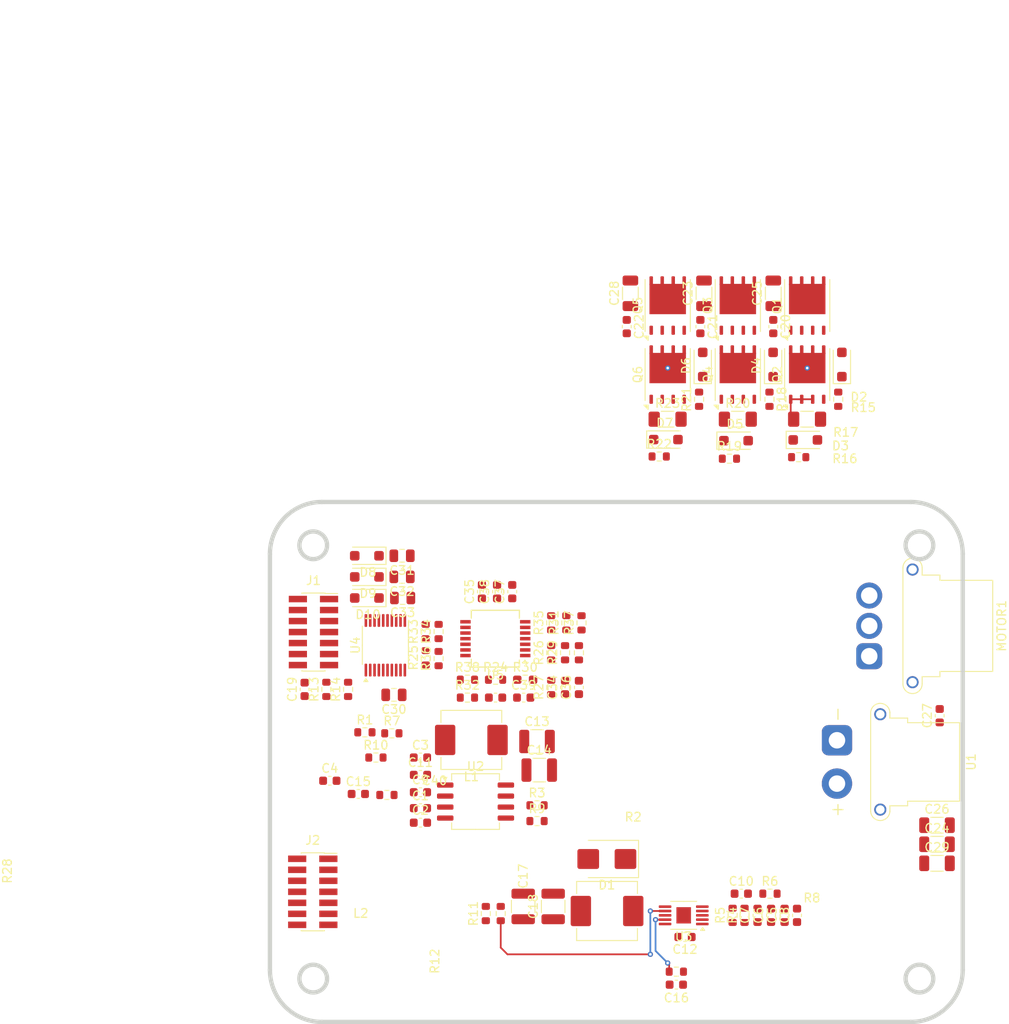
<source format=kicad_pcb>
(kicad_pcb (version 20241229) (generator "pcbnew") (generator_version "9.0")
  (layers (0 "F.Cu" signal) (2 "B.Cu" signal) (13 "F.Paste" user) (15 "B.Paste" user) (5 "F.SilkS" user "F.Silkscreen") (7 "B.SilkS" user "B.Silkscreen") (1 "F.Mask" user) (3 "B.Mask" user) (25 "Edge.Cuts" user))
  (net 0 "")
  (net 1 "/Pre_Driver/V1")
  (net 2 "/Pre_Driver/U1")
  (net 3 "/Pre_Driver/W1")
  (net 4 "Net-(D4-A)")
  (net 5 "VDC")
  (net 6 "/ThreePhase/V1_CURR")
  (net 7 "Net-(D5-A)")
  (net 8 "Net-(D6-A)")
  (net 9 "/ThreePhase/U1_CURR")
  (net 10 "Net-(U2-SW)")
  (net 11 "/ThreePhase/W1_CURR")
  (net 12 "Net-(U3-SS{slash}TR)")
  (net 13 "Net-(C11-Pad1)")
  (net 14 "GND")
  (net 15 "Net-(U3-BOOT)")
  (net 16 "Vref")
  (net 17 "Net-(C16-Pad1)")
  (net 18 "Net-(D8-K)")
  (net 19 "Net-(U2-COMP)")
  (net 20 "+12V")
  (net 21 "Net-(D9-K)")
  (net 22 "Net-(D10-K)")
  (net 23 "+5V")
  (net 24 "Net-(U5A-+)")
  (net 25 "Net-(U5B-+)")
  (net 26 "GNDPWR")
  (net 27 "Net-(U5C-11)")
  (net 28 "Net-(U5C-+)")
  (net 29 "Net-(D2-A)")
  (net 30 "/MOTOR1_ADC_W")
  (net 31 "Net-(D3-A)")
  (net 32 "Net-(D7-A)")
  (net 33 "Net-(C34-Pad2)")
  (net 34 "/MOTOR1_ADC_U")
  (net 35 "+3V3")
  (net 36 "Net-(U2-FB)")
  (net 37 "/MOTOR1_ADC_V")
  (net 38 "/Pre_Driver/W1_OUT_L")
  (net 39 "/Pre_Driver/W1_OUT_H")
  (net 40 "/Pre_Driver/V1_OUT_L")
  (net 41 "/Pre_Driver/V1_OUT_H")
  (net 42 "/Pre_Driver/U1_OUT_L")
  (net 43 "/Pre_Driver/U1_OUT_H")
  (net 44 "/BusVoltage")
  (net 45 "Net-(U2-EN)")
  (net 46 "Net-(U2-RT{slash}CLK)")
  (net 47 "/MOTOR1_U-")
  (net 48 "/MOTOR1_V-")
  (net 49 "/MOTOR1_W+")
  (net 50 "/MOTOR1_U+")
  (net 51 "/MOTOR1_V+")
  (net 52 "Net-(U3-EN)")
  (net 53 "Net-(U3-RT{slash}CLK)")
  (net 54 "Net-(U3-COMP)")
  (net 55 "Net-(U2-BOOT)")
  (net 56 "Net-(D1-K)")
  (net 57 "Net-(U3-FB)")
  (net 58 "Net-(U5D--)")
  (net 59 "Net-(U5D-+)")
  (net 62 "/busCurrent")
  (net 64 "/MOTOR1_BREAK")
  (net 65 "/MOTOR2_W+")
  (net 66 "/MOTOR2_ADC_V")
  (net 67 "/MOTOR2_V-")
  (net 68 "/MOTOR2_W-")
  (net 70 "/MOTOR2_U-")
  (net 71 "/MOTOR2_ADC_W")
  (net 72 "/MOTOR2_BREAK")
  (net 73 "/MOTOR2_V+")
  (net 74 "/MOTOR2_ADC_U")
  (net 75 "/MOTOR2_U+")
  (net 76 "Net-(C37-Pad2)")
  (footprint "Package_SO:SOIC-8_5.3x6.2mm_P1.27mm" (layer "F.Cu") (at 140.716 80.772)
    (property "Reference" "U2")
    (property "Value" "SCT2420")
  )
  (footprint "Capacitor_SMD:C_1210_3225Metric" (layer "F.Cu") (at 149.6795 92.875 90)
    (property "Reference" "C18")
    (property "Value" "47uF")
  )
  (footprint "Capacitor_SMD:C_0603_1608Metric" (layer "F.Cu") (at 177.8375 93.9 90)
    (property "Reference" "C8")
    (property "Value" "2.2uF")
  )
  (footprint "Diode_SMD:D_SMB" (layer "F.Cu") (at 155.8775 87.4 180)
    (property "Reference" "D1")
    (property "Value" "B360B-13-F")
  )
  (footprint "Capacitor_SMD:C_1206_3216Metric" (layer "F.Cu") (at 167.095 22.125 90)
    (property "Reference" "C23")
    (property "Value" "4.7uF")
  )
  (footprint "Capacitor_SMD:C_0603_1608Metric" (layer "F.Cu") (at 171.4 91.4)
    (property "Reference" "C10")
    (property "Value" "22nF")
  )
  (footprint "footprints:HYG025N06LS1C2-PDFN-8-1EP_6x5mm_P1.27mm_EP3x3mm" (layer "F.Cu") (at 171 31.5 90)
    (property "Reference" "Q4")
    (property "Value" "HYG025N06LS1C2")
  )
  (footprint "Capacitor_SMD:C_1210_3225Metric" (layer "F.Cu") (at 146.216333 92.875 90)
    (property "Reference" "C17")
    (property "Value" "47uF")
  )
  (footprint "Capacitor_SMD:C_0603_1608Metric" (layer "F.Cu") (at 120.98 67.825 90)
    (property "Reference" "C19")
    (property "Value" "0.1uF")
  )
  (footprint "Resistor_SMD:R_0603_1608Metric" (layer "F.Cu") (at 174.6555 34.35 -90)
    (property "Reference" "R18")
    (property "Value" "100R")
  )
  (footprint "Capacitor_SMD:C_0603_1608Metric" (layer "F.Cu") (at 164.9 96.4 180)
    (property "Reference" "C12")
    (property "Value" "0.1uF")
  )
  (footprint "Package_SO:SSOP-14_5.3x6.2mm_P0.65mm" (layer "F.Cu") (at 143.002 61.976 180)
    (property "Reference" "U5")
    (property "Value" "~")
  )
  (footprint "Diode_SMD:D_SOD-123F" (layer "F.Cu") (at 178.795 39.041)
    (property "Reference" "D3")
    (property "Value" "SODF107-SH")
  )
  (footprint "Resistor_SMD:R_0603_1608Metric" (layer "F.Cu") (at 147.815 83.023042)
    (property "Reference" "R9")
    (property "Value" "53.6K")
  )
  (footprint "Capacitor_SMD:C_0603_1608Metric" (layer "F.Cu") (at 134.353 83.208375)
    (property "Reference" "C2")
    (property "Value" "4.7uF")
  )
  (footprint "Resistor_SMD:R_0603_1608Metric" (layer "F.Cu") (at 136.452 61.151 90)
    (property "Reference" "R34")
    (property "Value" "0R")
  )
  (footprint "Capacitor_SMD:C_0805_2012Metric" (layer "F.Cu") (at 131.292 68.46 180)
    (property "Reference" "C30")
    (property "Value" "0.47uF")
  )
  (footprint "footprints:MR30PW-FB_1x03_P3.50mm_Horizontal" (layer "F.Cu") (at 186.175 64 -90)
    (property "Reference" "MOTOR1")
    (property "Value" "Conn_01x03")
  )
  (footprint "Capacitor_SMD:C_0603_1608Metric" (layer "F.Cu") (at 194.31 70.866 90)
    (property "Reference" "C27")
    (property "Value" "0.1uF/100V")
  )
  (footprint "Capacitor_SMD:C_0603_1608Metric" (layer "F.Cu") (at 163.9 101.9)
    (property "Reference" "C16")
    (property "Value" "1nF")
  )
  (footprint "Resistor_SMD:R_0603_1608Metric" (layer "F.Cu") (at 139.777 66.711)
    (property "Reference" "R38")
    (property "Value" "0R")
  )
  (footprint "Diode_SMD:D_SOD-123F" (layer "F.Cu") (at 162.6875 39.002)
    (property "Reference" "D7")
    (property "Value" "SODF107-SH")
  )
  (footprint "Diode_SMD:D_SOD-123F" (layer "F.Cu") (at 175.0755 30.34 90)
    (property "Reference" "D4")
    (property "Value" "SODF107-SH")
  )
  (footprint "Capacitor_SMD:C_1206_3216Metric" (layer "F.Cu") (at 158.595 22.125 90)
    (property "Reference" "C28")
    (property "Value" "4.7uF")
  )
  (footprint "Resistor_SMD:R_0603_1608Metric" (layer "F.Cu") (at 170.03 41.208)
    (property "Reference" "R19")
    (property "Value" "100R")
  )
  (footprint "Resistor_SMD:R_0603_1608Metric" (layer "F.Cu") (at 151.052 63.601 90)
    (property "Reference" "R29")
    (property "Value" "0R")
  )
  (footprint "Resistor_SMD:R_0603_1608Metric" (layer "F.Cu") (at 130.48 80.01)
    (property "Reference" "R2")
    (property "Value" "43K")
  )
  (footprint "Resistor_SMD:R_0603_1608Metric" (layer "F.Cu") (at 131.051 72.898)
    (property "Reference" "R7")
    (property "Value" "20K")
  )
  (footprint "Capacitor_SMD:C_0603_1608Metric" (layer "F.Cu") (at 152.652 67.601 90)
    (property "Reference" "C36")
    (property "Value" "NC")
  )
  (footprint "Resistor_SMD:R_1206_3216Metric_Pad1.30x1.75mm_HandSolder" (layer "F.Cu") (at 179 36.65)
    (property "Reference" "R17")
    (property "Value" "5mR")
  )
  (footprint "Resistor_SMD:R_0603_1608Metric" (layer "F.Cu") (at 139.777 68.776)
    (property "Reference" "R32")
    (property "Value" "1K(1%)")
  )
  (footprint "Resistor_SMD:R_0603_1608Metric" (layer "F.Cu") (at 178.03 41.032)
    (property "Reference" "R16")
    (property "Value" "100R")
  )
  (footprint "footprints:HYG025N06LS1C2-PDFN-8-1EP_6x5mm_P1.27mm_EP3x3mm" (layer "F.Cu") (at 179.0125 23.535 90)
    (property "Reference" "Q1")
    (property "Value" "HYG025N06LS1C2")
  )
  (footprint "Capacitor_SMD:C_0603_1608Metric" (layer "F.Cu") (at 151.052 67.601 90)
    (property "Reference" "C34")
    (property "Value" "NC")
  )
  (footprint "Capacitor_SMD:C_0603_1608Metric" (layer "F.Cu") (at 143.027 68.776)
    (property "Reference" "C40")
    (property "Value" "NC")
  )
  (footprint "Capacitor_SMD:C_0603_1608Metric" (layer "F.Cu") (at 134.353 75.692)
    (property "Reference" "C3")
    (property "Value" "4.7uF")
  )
  (footprint "Resistor_SMD:R_0603_1608Metric" (layer "F.Cu") (at 147.815 81.206375)
    (property "Reference" "R3")
    (property "Value" "200K")
  )
  (footprint "Capacitor_SMD:C_0603_1608Metric" (layer "F.Cu") (at 141.452 56.551 90)
    (property "Reference" "C35")
    (property "Value" "1nF")
  )
  (footprint "Resistor_SMD:R_0603_1608Metric_Pad0.98x0.95mm_HandSolder" (layer "F.Cu") (at 146.447 66.711)
    (property "Reference" "R30")
    (property "Value" "0.01R")
  )
  (footprint "Resistor_SMD:R_0603_1608Metric" (layer "F.Cu") (at 123.49 67.825 90)
    (property "Reference" "R13")
    (property "Value" "10K")
  )
  (footprint "Capacitor_SMD:C_0603_1608Metric" (layer "F.Cu") (at 146.277 68.776)
    (property "Reference" "C39")
    (property "Value" "NC")
  )
  (footprint "Resistor_SMD:R_0603_1608Metric" (layer "F.Cu") (at 161.9225 40.954)
    (property "Reference" "R22")
    (property "Value" "100R")
  )
  (footprint "Resistor_SMD:R_0603_1608Metric" (layer "F.Cu") (at 126 67.825 90)
    (property "Reference" "R14")
    (property "Value" "10K")
  )
  (footprint "Capacitor_SMD:C_0603_1608Metric" (layer "F.Cu") (at 158.175 25.968 -90)
    (property "Reference" "C22")
    (property "Value" "0.1uF/100V")
  )
  (footprint "Resistor_SMD:R_0603_1608Metric" (layer "F.Cu") (at 134.962 64.181 90)
    (property "Reference" "R25")
    (property "Value" "4.7K")
  )
  (footprint "Diode_SMD:D_SOD-123F" (layer "F.Cu") (at 166.9475 30.34 90)
    (property "Reference" "D6")
    (property "Value" "SODF107-SH")
  )
  (footprint "Capacitor_SMD:C_0603_1608Metric" (layer "F.Cu") (at 143.202 56.551 90)
    (property "Reference" "C38")
    (property "Value" "NC")
  )
  (footprint "Resistor_SMD:R_0603_1608Metric" (layer "F.Cu") (at 143.027 66.711)
    (property "Reference" "R24")
    (property "Value" "4.7K")
  )
  (footprint "Resistor_SMD:R_0603_1608Metric" (layer "F.Cu") (at 171.775 93.9 90)
    (property "Reference" "R4")
    (property "Value" "180K")
  )
  (footprint "Resistor_SMD:R_0603_1608Metric" (layer "F.Cu") (at 127.94 72.782)
    (property "Reference" "R1")
    (property "Value" "180K")
  )
  (footprint "Diode_SMD:D_SOD-123F" (layer "F.Cu") (at 183.015 30.34 90)
    (property "Reference" "D2")
    (property "Value" "SODF107-SH")
  )
  (footprint "Capacitor_SMD:C_1206_3216Metric" (layer "F.Cu") (at 175.095 22.125 90)
    (property "Reference" "C25")
    (property "Value" "4.7uF")
  )
  (footprint "Capacitor_SMD:C_1206_3216Metric" (layer "F.Cu") (at 194 87.9)
    (property "Reference" "C29")
    (property "Value" "4.7uF")
  )
  (footprint "Resistor_SMD:R_0603_1608Metric" (layer "F.Cu") (at 163.9 100.4 180)
    (property "Reference" "R8")
    (property "Value" "53.6K")
  )
  (footprint "footprints:XT30PW-F_1x02_P2.50mm_Horizontal" (layer "F.Cu") (at 182.45 73.7 -90)
    (property "Reference" "U1")
    (property "Value" "~")
  )
  (footprint "Resistor_SMD:R_0603_1608Metric" (layer "F.Cu") (at 170.4 93.9 90)
    (property "Reference" "R5")
    (property "Value" "43K")
  )
  (footprint "footprints:HYG025N06LS1C2-PDFN-8-1EP_6x5mm_P1.27mm_EP3x3mm" (layer "F.Cu") (at 162.905 31.5 90)
    (property "Reference" "Q6")
    (property "Value" "HYG025N06LS1C2")
  )
  (footprint "Package_SO:MSOP-10-1EP_3x3mm_P0.5mm_EP1.68x1.88mm" (layer "F.Cu") (at 164.75 93.9 180)
    (property "Reference" "U3")
    (property "Value" "SCT2610")
  )
  (footprint "Inductor_SMD:L_APV_APH0650" (layer "F.Cu") (at 155.9 93.4 180)
    (property "Reference" "L2")
    (property "Value" "33uH")
  )
  (footprint "Capacitor_SMD:C_1210_3225Metric" (layer "F.Cu") (at 147.815 73.840375)
    (property "Reference" "C13")
    (property "Value" "47uF")
  )
  (footprint "Resistor_SMD:R_0603_1608Metric" (layer "F.Cu") (at 174.7125 91.4)
    (property "Reference" "R6")
    (property "Value" "200K")
  )
  (footprint "Capacitor_SMD:C_0603_1608Metric" (layer "F.Cu") (at 176.4 93.9 90)
    (property "Reference" "C5")
    (property "Value" "2.2uF")
  )
  (footprint "Capacitor_SMD:C_0603_1608Metric" (layer "F.Cu") (at 134.353 77.694)
    (property "Reference" "C11")
    (property "Value" "4.7nF")
  )
  (footprint "Capacitor_SMD:C_0603_1608Metric" (layer "F.Cu") (at 134.353 79.696)
    (property "Reference" "C9")
    (property "Value" "0.1uF")
  )
  (footprint "Resistor_SMD:R_0603_1608Metric" (layer "F.Cu") (at 149.452 63.601 90)
    (property "Reference" "R26")
    (property "Value" "6.8K")
  )
  (footprint "Capacitor_SMD:C_0805_2012Metric" (layer "F.Cu") (at 132.296 57.284 180)
    (property "Reference" "C33")
    (property "Value" "0.47uF")
  )
  (footprint "Capacitor_SMD:C_0805_2012Metric" (layer "F.Cu") (at 132.23 52.41 180)
    (property "Reference" "C31")
    (property "Value" "0.47uF")
  )
  (footprint "Diode_SMD:D_SOD-123F" (layer "F.Cu") (at 128.166 52.41 180)
    (property "Reference" "D8")
    (property "Value" "SODF107-SH")
  )
  (footprint "Capacitor_SMD:C_1206_3216Metric" (layer "F.Cu") (at 194 85.7)
    (property "Reference" "C24")
    (property "Value" "4.7uF")
  )
  (footprint "Resistor_SMD:R_0603_1608Metric" (layer "F.Cu") (at 152.952 60.151 90)
    (property "Reference" "R37")
    (property "Value" "4.7K(1%)")
  )
  (footprint "Resistor_SMD:R_0603_1608Metric" (layer "F.Cu") (at 136.452 64.276 90)
    (property "Reference" "R36")
    (property "Value" "1K(1%)")
  )
  (footprint "Capacitor_SMD:C_0603_1608Metric" (layer "F.Cu") (at 127.178 79.894)
    (property "Reference" "C15")
    (property "Value" "0.1uF")
  )
  (footprint "Diode_SMD:D_SOD-123F" (layer "F.Cu") (at 128.166 54.847 180)
    (property "Reference" "D9")
    (property "Value" "SODF107-SH")
  )
  (footprint "Resistor_SMD:R_1206_3216Metric_Pad1.30x1.75mm_HandSolder" (layer "F.Cu") (at 162.8925 36.65)
    (property "Reference" "R23")
    (property "Value" "5mR")
  )
  (footprint "Capacitor_SMD:C_0603_1608Metric" (layer "F.Cu") (at 166.675 25.968 -90)
    (property "Reference" "C21")
    (property "Value" "0.1uF/100V")
  )
  (footprint "Resistor_SMD:R_0603_1608Metric" (layer "F.Cu") (at 141.9 93.695 90)
    (property "Reference" "R11")
    (property "Value" "143K")
  )
  (footprint "footprints:HYG025N06LS1C2-PDFN-8-1EP_6x5mm_P1.27mm_EP3x3mm" (layer "F.Cu") (at 171 23.535 90)
    (property "Reference" "Q3")
    (property "Value" "HYG025N06LS1C2")
  )
  (footprint "Resistor_SMD:R_0603_1608Metric" (layer "F.Cu") (at 149.452 67.601 90)
    (property "Reference" "R27")
    (property "Value" "1K(1%)")
  )
  (footprint "footprints:HYG025N06LS1C2-PDFN-8-1EP_6x5mm_P1.27mm_EP3x3mm" (layer "F.Cu") (at 179.0125 31.5 90)
    (property "Reference" "Q2")
    (property "Value" "HYG025N06LS1C2")
  )
  (footprint "Connector_PinSocket_1.27mm:PinSocket_2x07_P1.27mm_Vertical_SMD" (layer "F.Cu") (at 122 61.214)
    (property "Reference" "J1")
    (property "Value" "Conn_02x07_Odd_Even")
  )
  (footprint "footprints:HYG025N06LS1C2-PDFN-8-1EP_6x5mm_P1.27mm_EP3x3mm" (layer "F.Cu") (at 162.905 23.535 90)
    (property "Reference" "Q5")
    (property "Value" "HYG025N06LS1C2")
  )
  (footprint "Resistor_SMD:R_0603_1608Metric" (layer "F.Cu") (at 182.595 34.35 90)
    (property "Reference" "R15")
    (property "Value" "100R")
  )
  (footprint "Resistor_SMD:R_0603_1608Metric" (layer "F.Cu") (at 151.202 60.151 90)
    (property "Reference" "R31")
    (property "Value" "6.8K")
  )
  (footprint "Resistor_SMD:R_0603_1608Metric" (layer "F.Cu") (at 134.952 61.151 90)
    (property "Reference" "R33")
    (property "Value" "4.7K(1%)")
  )
  (footprint "Diode_SMD:D_SOD-123F" (layer "F.Cu") (at 128.166 57.284 180)
    (property "Reference" "D10")
    (property "Value" "SODF107-SH")
  )
  (footprint "Capacitor_SMD:C_0603_1608Metric" (layer "F.Cu") (at 173.275 93.9 90)
    (property "Reference" "C7")
    (property "Value" "2.2uF")
  )
  (footprint "Resistor_SMD:R_0603_1608Metric" (layer "F.Cu") (at 143.623167 93.695 90)
    (property "Reference" "R12")
    (property "Value" "10.2K")
  )
  (footprint "Diode_SMD:D_SOD-123F" (layer "F.Cu") (at 170.795 39.129)
    (property "Reference" "D5")
    (property "Value" "SODF107-SH")
  )
  (footprint "Capacitor_SMD:C_0603_1608Metric" (layer "F.Cu") (at 123.889 78.37)
    (property "Reference" "C4")
    (property "Value" "0.1uF")
  )
  (footprint "Resistor_SMD:R_0603_1608Metric" (layer "F.Cu") (at 129.21 75.692)
    (property "Reference" "R10")
    (property "Value" "10.2K")
  )
  (footprint "Inductor_SMD:L_APV_APH0650" (layer "F.Cu") (at 140.231 73.66 180)
    (property "Reference" "L1")
    (property "Value" "10uH")
  )
  (footprint "Capacitor_SMD:C_1206_3216Metric" (layer "F.Cu") (at 194 83.5)
    (property "Reference" "C26")
    (property "Value" "4.7uF")
  )
  (footprint "Resistor_SMD:R_0603_1608Metric" (layer "F.Cu") (at 149.452 60.151 90)
    (property "Reference" "R35")
    (property "Value" "6.8K")
  )
  (footprint "Connector_PinSocket_1.27mm:PinSocket_2x07_P1.27mm_Vertical_SMD" (layer "F.Cu") (at 121.92 91.186)
    (property "Reference" "J2")
    (property "Value" "Conn_02x07_Odd_Even")
  )
  (footprint "Capacitor_SMD:C_0805_2012Metric" (layer "F.Cu") (at 132.23 54.847 180)
    (property "Reference" "C32")
    (property "Value" "0.47uF")
  )
  (footprint "Resistor_SMD:R_0603_1608Metric" (layer "F.Cu") (at 152.652 63.601 90)
    (property "Reference" "R28")
    (property "Value" "4.7K(1%)")
  )
  (footprint "Capacitor_SMD:C_0603_1608Metric" (layer "F.Cu") (at 144.952 56.551 90)
    (property "Reference" "C37")
    (property "Value" "NC")
  )
  (footprint "Capacitor_SMD:C_0603_1608Metric" (layer "F.Cu") (at 175.095 25.968 -90)
    (property "Reference" "C20")
    (property "Value" "0.1uF/100V")
  )
  (footprint "Resistor_SMD:R_1206_3216Metric_Pad1.30x1.75mm_HandSolder" (layer "F.Cu") (at 171 36.65)
    (property "Reference" "R20")
    (property "Value" "5mR")
  )
  (footprint "Capacitor_SMD:C_0603_1608Metric" (layer "F.Cu") (at 174.8375 93.9 90)
    (property "Reference" "C6")
    (property "Value" "2.2uF")
  )
  (footprint "Package_SO:TSSOP-20_4.4x5mm_P0.5mm" (layer "F.Cu") (at 130.302 62.738 90)
    (property "Reference" "U4")
    (property "Value" "~")
  )
  (footprint "Capacitor_SMD:C_0603_1608Metric" (layer "F.Cu") (at 134.353 81.534)
    (property "Reference" "C1")
    (property "Value" "4.7uF")
  )
  (footprint "Capacitor_SMD:C_1210_3225Metric" (layer "F.Cu") (at 148.069 77.142375)
    (property "Reference" "C14")
    (property "Value" "47uF")
  )
  (footprint "Resistor_SMD:R_0603_1608Metric" (layer "F.Cu") (at 166.5275 34.35 90)
    (property "Reference" "R21")
    (property "Value" "100R")
  )
  (gr_arc (start 122.972 106.2) (mid 118.729359 104.442641) (end 116.972 100.2) (stroke (width 0.5)) (layer "Edge.Cuts"))
  (gr_circle (center 121.972 101.2) (end 123.572 101.2) (stroke (width 0.5)) (fill no) (layer "Edge.Cuts"))
  (gr_arc (start 190.972 46.2) (mid 195.214641 47.957359) (end 196.972 52.2) (stroke (width 0.5)) (layer "Edge.Cuts"))
  (gr_arc (start 116.972 52.2) (mid 118.729359 47.957359) (end 122.972 46.2) (stroke (width 0.5)) (layer "Edge.Cuts"))
  (gr_circle (center 121.972 51.2) (end 123.572 51.2) (stroke (width 0.5)) (fill no) (layer "Edge.Cuts"))
  (gr_line (start 190.972 46.2) (end 122.972 46.2) (stroke (width 0.5)) (layer "Edge.Cuts"))
  (gr_circle (center 191.972 101.2) (end 193.572 101.2) (stroke (width 0.5)) (fill no) (layer "Edge.Cuts"))
  (gr_line (start 116.972 52.2) (end 116.972 100.2) (stroke (width 0.5)) (layer "Edge.Cuts"))
  (gr_line (start 196.972 100.2) (end 196.972 52.2) (stroke (width 0.5)) (layer "Edge.Cuts"))
  (gr_line (start 122.972 106.2) (end 190.972 106.2) (stroke (width 0.5)) (layer "Edge.Cuts"))
  (gr_circle (center 191.972 51.2) (end 193.572 51.2) (stroke (width 0.5)) (fill no) (layer "Edge.Cuts"))
  (gr_arc (start 196.972 100.2) (mid 195.214641 104.442641) (end 190.972 106.2) (stroke (width 0.5)) (layer "Edge.Cuts"))
  (via (at 179.0125 30.75) (size 0.6) (drill 0.3) (layers "F.Cu" "B.Cu") (net 2))
  (via (at 162.905 30.75) (size 0.6) (drill 0.3) (layers "F.Cu" "B.Cu") (net 3))
  (segment (start 177.1075 35.9505) (end 177.1075 34.35) (width 0.2) (layer "F.Cu") (net 9))
  (segment (start 177.45 36.65) (end 177.45 36.293) (width 0.2) (layer "F.Cu") (net 9))
  (segment (start 177.45 36.293) (end 177.1075 35.9505) (width 0.2) (layer "F.Cu") (net 9))
  (segment (start 177.1075 34.35) (end 179.6475 34.35) (width 0.2) (layer "F.Cu") (net 9))
  (segment (start 182.595 28.84) (end 182.695 28.94) (width 0.2) (layer "F.Cu") (net 29))
  (segment (start 182.695 28.94) (end 183.015 28.94) (width 0.2) (layer "F.Cu") (net 29))
  (segment (start 163.075 99.575) (end 162.9 99.4) (width 0.2) (layer "F.Cu") (net 54))
  (segment (start 162.6 94.4) (end 161.5 94.4) (width 0.2) (layer "F.Cu") (net 54))
  (segment (start 163.075 100.4) (end 163.075 99.575) (width 0.2) (layer "F.Cu") (net 54))
  (via (at 162.9 99.4) (size 0.6) (drill 0.3) (layers "F.Cu" "B.Cu") (net 54))
  (via (at 161.5 94.4) (size 0.6) (drill 0.3) (layers "F.Cu" "B.Cu") (net 54))
  (segment (start 162.9 99.4) (end 161.5 98) (width 0.2) (layer "B.Cu") (net 54))
  (segment (start 161.5 98) (end 161.5 94.4) (width 0.2) (layer "B.Cu") (net 54))
  (segment (start 143.623167 97.623167) (end 143.623167 94.52) (width 0.2) (layer "F.Cu") (net 57))
  (segment (start 160.9 93.4) (end 162.6 93.4) (width 0.2) (layer "F.Cu") (net 57))
  (segment (start 144.4 98.4) (end 160.9 98.4) (width 0.2) (layer "F.Cu") (net 57))
  (segment (start 144.4 98.4) (end 143.623167 97.623167) (width 0.2) (layer "F.Cu") (net 57))
  (via (at 160.9 93.4) (size 0.6) (drill 0.3) (layers "F.Cu" "B.Cu") (net 57))
  (via (at 160.9 98.4) (size 0.6) (drill 0.3) (layers "F.Cu" "B.Cu") (net 57))
  (segment (start 160.9 98.4) (end 160.9 93.4) (width 0.2) (layer "B.Cu") (net 57))
)
</source>
